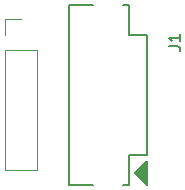
<source format=gbr>
%TF.GenerationSoftware,KiCad,Pcbnew,7.0.10-7.0.10~ubuntu22.04.1*%
%TF.CreationDate,2024-01-21T09:22:19-08:00*%
%TF.ProjectId,encoder_adapter,656e636f-6465-4725-9f61-646170746572,V1*%
%TF.SameCoordinates,Original*%
%TF.FileFunction,Legend,Top*%
%TF.FilePolarity,Positive*%
%FSLAX46Y46*%
G04 Gerber Fmt 4.6, Leading zero omitted, Abs format (unit mm)*
G04 Created by KiCad (PCBNEW 7.0.10-7.0.10~ubuntu22.04.1) date 2024-01-21 09:22:19*
%MOMM*%
%LPD*%
G01*
G04 APERTURE LIST*
%ADD10C,0.150000*%
%ADD11C,0.127000*%
%ADD12C,0.120000*%
G04 APERTURE END LIST*
D10*
X136963819Y-97498333D02*
X137678104Y-97498333D01*
X137678104Y-97498333D02*
X137820961Y-97545952D01*
X137820961Y-97545952D02*
X137916200Y-97641190D01*
X137916200Y-97641190D02*
X137963819Y-97784047D01*
X137963819Y-97784047D02*
X137963819Y-97879285D01*
X137963819Y-96498333D02*
X137963819Y-97069761D01*
X137963819Y-96784047D02*
X136963819Y-96784047D01*
X136963819Y-96784047D02*
X137106676Y-96879285D01*
X137106676Y-96879285D02*
X137201914Y-96974523D01*
X137201914Y-96974523D02*
X137249533Y-97069761D01*
D11*
%TO.C,J1*%
X133604000Y-93980000D02*
X133604000Y-96520000D01*
X133096000Y-93980000D02*
X133604000Y-93980000D01*
X128524000Y-93980000D02*
X130556000Y-93980000D01*
X135119000Y-96520000D02*
X135128000Y-106680000D01*
X133604000Y-96520000D02*
X135119000Y-96520000D01*
X133604000Y-106680000D02*
X135128000Y-106680000D01*
X133604000Y-109220000D02*
X133604000Y-106680000D01*
X133604000Y-109220000D02*
X133096000Y-109220000D01*
X128524000Y-109220000D02*
X128524000Y-93980000D01*
X128524000Y-109220000D02*
X130556000Y-109220000D01*
X135128000Y-109220000D02*
X134112000Y-108204000D01*
X135128000Y-107188000D01*
X135128000Y-109220000D01*
G36*
X135128000Y-109220000D02*
G01*
X134112000Y-108204000D01*
X135128000Y-107188000D01*
X135128000Y-109220000D01*
G37*
D12*
%TO.C,J2*%
X123130000Y-95190000D02*
X124460000Y-95190000D01*
X123130000Y-96520000D02*
X123130000Y-95190000D01*
X123130000Y-97790000D02*
X123130000Y-108010000D01*
X123130000Y-97790000D02*
X125790000Y-97790000D01*
X123130000Y-108010000D02*
X125790000Y-108010000D01*
X125790000Y-97790000D02*
X125790000Y-108010000D01*
%TD*%
M02*

</source>
